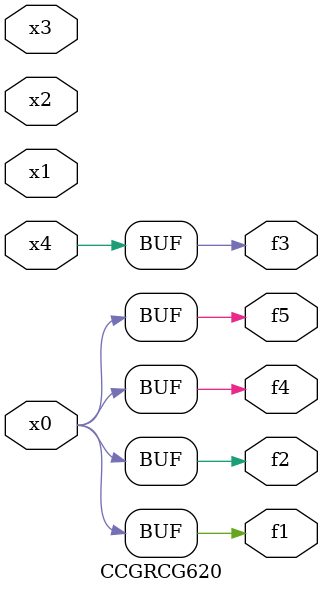
<source format=v>
module CCGRCG620(
	input x0, x1, x2, x3, x4,
	output f1, f2, f3, f4, f5
);
	assign f1 = x0;
	assign f2 = x0;
	assign f3 = x4;
	assign f4 = x0;
	assign f5 = x0;
endmodule

</source>
